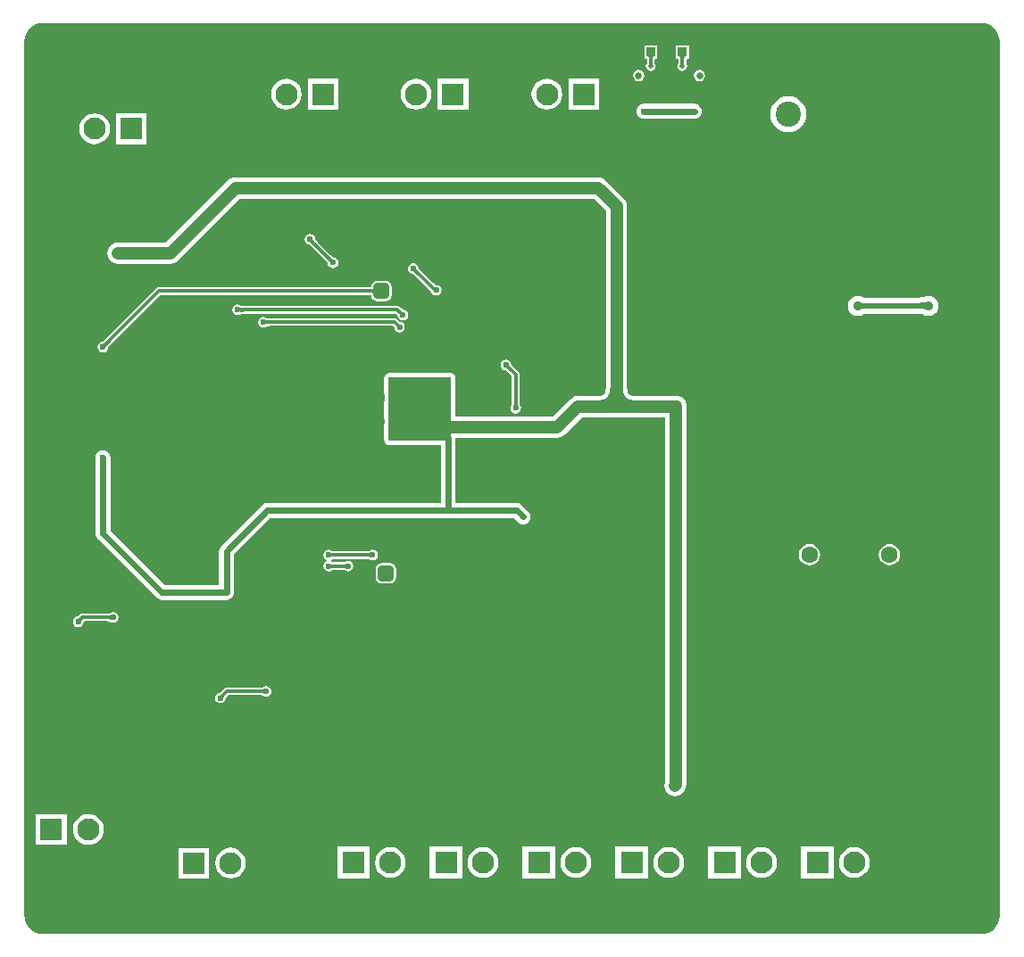
<source format=gbl>
G04*
G04 #@! TF.GenerationSoftware,Altium Limited,Altium Designer,19.1.9 (167)*
G04*
G04 Layer_Physical_Order=2*
G04 Layer_Color=16711680*
%FSLAX42Y42*%
%MOMM*%
G71*
G01*
G75*
%ADD11C,0.60*%
%ADD14C,0.50*%
%ADD19C,1.00*%
%ADD21R,0.85X0.85*%
%ADD22R,0.85X0.85*%
%ADD30R,1.60X1.20*%
%ADD87C,0.30*%
%ADD88C,0.50*%
%ADD93C,0.85*%
%ADD94C,1.60*%
%ADD95R,2.40X2.40*%
%ADD96C,2.40*%
%ADD97O,1.00X1.80*%
%ADD98O,1.00X2.10*%
%ADD99C,0.65*%
G04:AMPARAMS|DCode=100|XSize=1.52mm|YSize=1.52mm|CornerRadius=0.38mm|HoleSize=0mm|Usage=FLASHONLY|Rotation=90.000|XOffset=0mm|YOffset=0mm|HoleType=Round|Shape=RoundedRectangle|*
%AMROUNDEDRECTD100*
21,1,1.52,0.76,0,0,90.0*
21,1,0.76,1.52,0,0,90.0*
1,1,0.76,0.38,0.38*
1,1,0.76,0.38,-0.38*
1,1,0.76,-0.38,-0.38*
1,1,0.76,-0.38,0.38*
%
%ADD100ROUNDEDRECTD100*%
%ADD101C,2.10*%
%ADD102R,2.10X2.10*%
%ADD103C,6.00*%
G04:AMPARAMS|DCode=104|XSize=1.52mm|YSize=1.52mm|CornerRadius=0.38mm|HoleSize=0mm|Usage=FLASHONLY|Rotation=0.000|XOffset=0mm|YOffset=0mm|HoleType=Round|Shape=RoundedRectangle|*
%AMROUNDEDRECTD104*
21,1,1.52,0.76,0,0,0.0*
21,1,0.76,1.52,0,0,0.0*
1,1,0.76,0.38,-0.38*
1,1,0.76,-0.38,-0.38*
1,1,0.76,-0.38,0.38*
1,1,0.76,0.38,0.38*
%
%ADD104ROUNDEDRECTD104*%
%ADD105C,0.60*%
%ADD106C,0.90*%
%ADD107C,1.27*%
%ADD108C,1.20*%
G36*
X8700Y8325D02*
Y8325D01*
X8712Y8323D01*
X8734Y8321D01*
X8767Y8311D01*
X8797Y8295D01*
X8823Y8273D01*
X8845Y8247D01*
X8861Y8217D01*
X8871Y8184D01*
X8875Y8150D01*
X8875Y8150D01*
X8875Y-137D01*
X8875Y-150D01*
X8873Y-162D01*
X8871Y-184D01*
X8861Y-217D01*
X8845Y-247D01*
X8823Y-273D01*
X8797Y-295D01*
X8767Y-311D01*
X8734Y-321D01*
X8712Y-323D01*
X8700Y-325D01*
X8700Y-325D01*
X8687Y-325D01*
X-200Y-325D01*
X-200Y-325D01*
Y-325D01*
X-212Y-323D01*
X-234Y-321D01*
X-267Y-311D01*
X-297Y-295D01*
X-323Y-273D01*
X-345Y-247D01*
X-361Y-217D01*
X-371Y-184D01*
X-373Y-162D01*
X-375Y-150D01*
X-375Y-150D01*
X-375Y-138D01*
X-375Y8150D01*
X-375Y8150D01*
X-371Y8184D01*
X-361Y8217D01*
X-345Y8247D01*
X-323Y8273D01*
X-297Y8295D01*
X-267Y8311D01*
X-234Y8321D01*
X-212Y8323D01*
X-200Y8325D01*
X-200Y8325D01*
X-187Y8325D01*
X8687Y8325D01*
X8700Y8325D01*
D02*
G37*
%LPC*%
G36*
X5928Y8112D02*
X5803D01*
Y7988D01*
X5829D01*
X5829Y7986D01*
X5829Y7984D01*
Y7969D01*
X5829Y7948D01*
X5828Y7941D01*
X5823Y7933D01*
X5819Y7915D01*
X5823Y7897D01*
X5833Y7883D01*
X5847Y7873D01*
X5865Y7869D01*
X5883Y7873D01*
X5897Y7883D01*
X5907Y7897D01*
X5911Y7915D01*
X5907Y7933D01*
X5903Y7939D01*
X5901Y7975D01*
X5910Y7988D01*
X5928D01*
Y8112D01*
D02*
G37*
G36*
X5628D02*
X5503D01*
Y7988D01*
X5529D01*
X5529Y7986D01*
X5529Y7984D01*
Y7969D01*
X5529Y7948D01*
X5528Y7941D01*
X5523Y7933D01*
X5519Y7915D01*
X5523Y7897D01*
X5533Y7883D01*
X5547Y7873D01*
X5565Y7869D01*
X5583Y7873D01*
X5597Y7883D01*
X5607Y7897D01*
X5611Y7915D01*
X5607Y7933D01*
X5603Y7939D01*
X5601Y7975D01*
X5610Y7988D01*
X5628D01*
Y8112D01*
D02*
G37*
G36*
X6029Y7880D02*
X6009Y7876D01*
X5991Y7864D01*
X5980Y7847D01*
X5975Y7826D01*
X5980Y7806D01*
X5991Y7789D01*
X6009Y7777D01*
X6029Y7773D01*
X6049Y7777D01*
X6067Y7789D01*
X6078Y7806D01*
X6083Y7826D01*
X6078Y7847D01*
X6067Y7864D01*
X6049Y7876D01*
X6029Y7880D01*
D02*
G37*
G36*
X5451D02*
X5431Y7876D01*
X5413Y7864D01*
X5402Y7847D01*
X5397Y7826D01*
X5402Y7806D01*
X5413Y7789D01*
X5431Y7777D01*
X5451Y7773D01*
X5471Y7777D01*
X5489Y7789D01*
X5500Y7806D01*
X5505Y7826D01*
X5500Y7847D01*
X5489Y7864D01*
X5471Y7876D01*
X5451Y7880D01*
D02*
G37*
G36*
X5075Y7795D02*
X4785D01*
Y7505D01*
X5075D01*
Y7795D01*
D02*
G37*
G36*
X3835Y7795D02*
X3545D01*
Y7505D01*
X3835D01*
Y7795D01*
D02*
G37*
G36*
X2605D02*
X2315D01*
Y7505D01*
X2605D01*
Y7795D01*
D02*
G37*
G36*
X4580Y7796D02*
X4542Y7791D01*
X4507Y7777D01*
X4477Y7753D01*
X4453Y7723D01*
X4439Y7688D01*
X4434Y7650D01*
X4439Y7612D01*
X4453Y7577D01*
X4477Y7547D01*
X4507Y7523D01*
X4542Y7509D01*
X4580Y7504D01*
X4618Y7509D01*
X4653Y7523D01*
X4683Y7547D01*
X4707Y7577D01*
X4721Y7612D01*
X4726Y7650D01*
X4721Y7688D01*
X4707Y7723D01*
X4683Y7753D01*
X4653Y7777D01*
X4618Y7791D01*
X4580Y7796D01*
D02*
G37*
G36*
X3340Y7796D02*
X3302Y7791D01*
X3267Y7777D01*
X3237Y7753D01*
X3213Y7723D01*
X3199Y7688D01*
X3194Y7650D01*
X3199Y7612D01*
X3213Y7577D01*
X3237Y7547D01*
X3267Y7523D01*
X3302Y7509D01*
X3340Y7504D01*
X3378Y7509D01*
X3413Y7523D01*
X3443Y7547D01*
X3467Y7577D01*
X3481Y7612D01*
X3486Y7650D01*
X3481Y7688D01*
X3467Y7723D01*
X3443Y7753D01*
X3413Y7777D01*
X3378Y7791D01*
X3340Y7796D01*
D02*
G37*
G36*
X2110D02*
X2072Y7791D01*
X2037Y7777D01*
X2007Y7753D01*
X1983Y7723D01*
X1969Y7688D01*
X1964Y7650D01*
X1969Y7612D01*
X1983Y7577D01*
X2007Y7547D01*
X2037Y7523D01*
X2072Y7509D01*
X2110Y7504D01*
X2148Y7509D01*
X2183Y7523D01*
X2213Y7547D01*
X2237Y7577D01*
X2251Y7612D01*
X2256Y7650D01*
X2251Y7688D01*
X2237Y7723D01*
X2213Y7753D01*
X2183Y7777D01*
X2148Y7791D01*
X2110Y7796D01*
D02*
G37*
G36*
X5978Y7558D02*
X5500D01*
X5482Y7556D01*
X5465Y7549D01*
X5450Y7537D01*
X5439Y7523D01*
X5432Y7506D01*
X5429Y7488D01*
X5432Y7469D01*
X5439Y7452D01*
X5450Y7438D01*
X5465Y7426D01*
X5482Y7419D01*
X5500Y7417D01*
X5978D01*
X5996Y7419D01*
X6013Y7426D01*
X6027Y7438D01*
X6039Y7452D01*
X6046Y7469D01*
X6048Y7488D01*
X6046Y7506D01*
X6039Y7523D01*
X6027Y7537D01*
X6013Y7549D01*
X5996Y7556D01*
X5978Y7558D01*
D02*
G37*
G36*
X6870Y7631D02*
X6837Y7628D01*
X6805Y7618D01*
X6775Y7602D01*
X6749Y7581D01*
X6728Y7555D01*
X6712Y7525D01*
X6702Y7493D01*
X6699Y7460D01*
X6702Y7427D01*
X6712Y7395D01*
X6728Y7365D01*
X6749Y7339D01*
X6775Y7318D01*
X6805Y7302D01*
X6837Y7292D01*
X6870Y7289D01*
X6903Y7292D01*
X6935Y7302D01*
X6965Y7318D01*
X6991Y7339D01*
X7012Y7365D01*
X7028Y7395D01*
X7038Y7427D01*
X7041Y7460D01*
X7038Y7493D01*
X7028Y7525D01*
X7012Y7555D01*
X6991Y7581D01*
X6965Y7602D01*
X6935Y7618D01*
X6903Y7628D01*
X6870Y7631D01*
D02*
G37*
G36*
X785Y7465D02*
X495D01*
Y7175D01*
X785D01*
Y7465D01*
D02*
G37*
G36*
X290Y7466D02*
X252Y7461D01*
X217Y7447D01*
X187Y7423D01*
X163Y7393D01*
X149Y7358D01*
X144Y7320D01*
X149Y7282D01*
X163Y7247D01*
X187Y7217D01*
X217Y7193D01*
X252Y7179D01*
X290Y7174D01*
X328Y7179D01*
X363Y7193D01*
X393Y7217D01*
X417Y7247D01*
X431Y7282D01*
X436Y7320D01*
X431Y7358D01*
X417Y7393D01*
X393Y7423D01*
X363Y7447D01*
X328Y7461D01*
X290Y7466D01*
D02*
G37*
G36*
X2334Y6322D02*
X2314Y6319D01*
X2297Y6308D01*
X2286Y6291D01*
X2283Y6272D01*
X2286Y6252D01*
X2297Y6235D01*
X2314Y6224D01*
X2327Y6222D01*
X2357Y6195D01*
X2479Y6073D01*
X2492Y6059D01*
X2500Y6050D01*
X2502Y6047D01*
X2502Y6046D01*
X2505Y6030D01*
X2516Y6014D01*
X2533Y6003D01*
X2552Y5999D01*
X2572Y6003D01*
X2589Y6014D01*
X2600Y6030D01*
X2603Y6050D01*
X2600Y6070D01*
X2589Y6086D01*
X2572Y6097D01*
X2556Y6100D01*
X2556Y6100D01*
X2527Y6126D01*
X2410Y6243D01*
X2399Y6255D01*
X2390Y6266D01*
X2387Y6269D01*
X2384Y6273D01*
X2384Y6273D01*
X2381Y6291D01*
X2370Y6308D01*
X2353Y6319D01*
X2334Y6322D01*
D02*
G37*
G36*
X3312Y6046D02*
X3293Y6042D01*
X3276Y6031D01*
X3265Y6015D01*
X3262Y5995D01*
X3265Y5975D01*
X3276Y5959D01*
X3293Y5948D01*
X3309Y5945D01*
X3309Y5945D01*
X3338Y5919D01*
X3474Y5783D01*
X3481Y5775D01*
X3483Y5768D01*
X3494Y5751D01*
X3510Y5740D01*
X3530Y5737D01*
X3550Y5740D01*
X3566Y5751D01*
X3577Y5768D01*
X3581Y5788D01*
X3577Y5807D01*
X3566Y5824D01*
X3550Y5835D01*
X3530Y5838D01*
X3527Y5838D01*
X3527Y5838D01*
X3525Y5839D01*
X3522Y5841D01*
X3518Y5843D01*
X3513Y5847D01*
X3496Y5862D01*
X3386Y5972D01*
X3373Y5986D01*
X3365Y5995D01*
X3363Y5998D01*
X3363Y5999D01*
X3360Y6015D01*
X3349Y6031D01*
X3332Y6042D01*
X3312Y6046D01*
D02*
G37*
G36*
X8197Y5736D02*
X8173Y5733D01*
X8150Y5723D01*
X8145Y5720D01*
X8085Y5716D01*
X8070Y5716D01*
X8068Y5716D01*
X7660D01*
X7658Y5716D01*
X7602Y5717D01*
X7585Y5718D01*
X7584Y5718D01*
X7578Y5723D01*
X7555Y5733D01*
X7530Y5736D01*
X7505Y5733D01*
X7482Y5723D01*
X7462Y5708D01*
X7447Y5688D01*
X7437Y5665D01*
X7434Y5640D01*
X7437Y5615D01*
X7447Y5592D01*
X7462Y5572D01*
X7482Y5557D01*
X7505Y5547D01*
X7530Y5544D01*
X7555Y5547D01*
X7578Y5557D01*
X7582Y5560D01*
X7642Y5564D01*
X7658Y5564D01*
X7659Y5564D01*
X8068D01*
X8069Y5564D01*
X8126Y5563D01*
X8142Y5562D01*
X8144Y5562D01*
X8150Y5557D01*
X8173Y5547D01*
X8197Y5544D01*
X8222Y5547D01*
X8245Y5557D01*
X8265Y5572D01*
X8280Y5592D01*
X8290Y5615D01*
X8293Y5640D01*
X8290Y5665D01*
X8280Y5688D01*
X8265Y5708D01*
X8245Y5723D01*
X8222Y5733D01*
X8197Y5736D01*
D02*
G37*
G36*
X3048Y5877D02*
X2972D01*
X2949Y5873D01*
X2930Y5860D01*
X2917Y5841D01*
X2913Y5818D01*
Y5816D01*
X2912Y5816D01*
X2910Y5816D01*
X900D01*
X886Y5813D01*
X875Y5805D01*
X393Y5324D01*
X379Y5310D01*
X370Y5303D01*
X367Y5301D01*
X366Y5300D01*
X350Y5297D01*
X334Y5286D01*
X323Y5270D01*
X319Y5250D01*
X323Y5230D01*
X334Y5214D01*
X350Y5203D01*
X370Y5199D01*
X390Y5203D01*
X406Y5214D01*
X417Y5230D01*
X420Y5246D01*
X420Y5246D01*
X446Y5276D01*
X915Y5744D01*
X2910D01*
X2912Y5744D01*
X2913Y5744D01*
Y5742D01*
X2917Y5719D01*
X2930Y5700D01*
X2949Y5687D01*
X2972Y5683D01*
X3048D01*
X3071Y5687D01*
X3090Y5700D01*
X3103Y5719D01*
X3107Y5742D01*
Y5818D01*
X3103Y5841D01*
X3090Y5860D01*
X3071Y5873D01*
X3048Y5877D01*
D02*
G37*
G36*
X1650Y5653D02*
X1630Y5650D01*
X1614Y5639D01*
X1603Y5622D01*
X1599Y5603D01*
X1603Y5583D01*
X1614Y5566D01*
X1630Y5555D01*
X1650Y5552D01*
X1670Y5555D01*
X1683Y5564D01*
X1683Y5564D01*
X1722Y5567D01*
X3150D01*
X3151Y5566D01*
X3159Y5557D01*
X3164Y5552D01*
X3168Y5533D01*
X3179Y5516D01*
X3195Y5505D01*
X3215Y5502D01*
X3235Y5505D01*
X3251Y5516D01*
X3262Y5533D01*
X3266Y5553D01*
X3262Y5572D01*
X3251Y5589D01*
X3235Y5600D01*
X3217Y5603D01*
X3199Y5619D01*
X3190Y5628D01*
X3179Y5635D01*
X3165Y5638D01*
X1718D01*
X1699Y5639D01*
X1687Y5640D01*
X1684Y5641D01*
X1683Y5641D01*
X1670Y5650D01*
X1650Y5653D01*
D02*
G37*
G36*
X1892Y5536D02*
X1873Y5532D01*
X1856Y5521D01*
X1845Y5505D01*
X1842Y5485D01*
X1845Y5465D01*
X1856Y5449D01*
X1873Y5438D01*
X1892Y5434D01*
X1912Y5438D01*
X1925Y5447D01*
X1925Y5447D01*
X1964Y5449D01*
X3123D01*
X3132Y5440D01*
X3132Y5440D01*
X3135Y5420D01*
X3146Y5404D01*
X3163Y5393D01*
X3183Y5389D01*
X3202Y5393D01*
X3219Y5404D01*
X3230Y5420D01*
X3233Y5440D01*
X3230Y5460D01*
X3219Y5476D01*
X3202Y5487D01*
X3183Y5491D01*
X3182Y5491D01*
X3163Y5510D01*
X3151Y5518D01*
X3138Y5521D01*
X1961D01*
X1941Y5521D01*
X1930Y5522D01*
X1926Y5523D01*
X1925Y5523D01*
X1912Y5532D01*
X1892Y5536D01*
D02*
G37*
G36*
X4192Y5131D02*
X4173Y5127D01*
X4156Y5116D01*
X4145Y5100D01*
X4142Y5080D01*
X4145Y5060D01*
X4156Y5044D01*
X4173Y5033D01*
X4189Y5030D01*
X4189Y5030D01*
X4218Y5004D01*
X4249Y4973D01*
Y4738D01*
X4249Y4719D01*
X4248Y4707D01*
X4247Y4704D01*
X4247Y4703D01*
X4238Y4690D01*
X4234Y4670D01*
X4238Y4650D01*
X4249Y4634D01*
X4265Y4623D01*
X4285Y4619D01*
X4305Y4623D01*
X4321Y4634D01*
X4332Y4650D01*
X4336Y4670D01*
X4332Y4690D01*
X4323Y4703D01*
X4323Y4703D01*
X4321Y4742D01*
Y4988D01*
X4318Y5001D01*
X4310Y5013D01*
X4266Y5057D01*
X4253Y5071D01*
X4245Y5080D01*
X4243Y5083D01*
X4243Y5084D01*
X4240Y5100D01*
X4229Y5116D01*
X4212Y5127D01*
X4192Y5131D01*
D02*
G37*
G36*
X5065Y6861D02*
X1627D01*
X1601Y6857D01*
X1577Y6847D01*
X1556Y6831D01*
X966Y6241D01*
X514D01*
X487Y6237D01*
X463Y6227D01*
X442Y6211D01*
X426Y6190D01*
X416Y6166D01*
X413Y6140D01*
X416Y6114D01*
X426Y6090D01*
X442Y6069D01*
X463Y6053D01*
X487Y6043D01*
X514Y6039D01*
X1007D01*
X1034Y6043D01*
X1058Y6053D01*
X1079Y6069D01*
X1669Y6659D01*
X5023D01*
X5139Y6543D01*
Y4862D01*
X5138Y4844D01*
X5136Y4829D01*
X5132Y4818D01*
X5127Y4808D01*
X5121Y4801D01*
X5114Y4796D01*
X5105Y4791D01*
X5093Y4787D01*
X5078Y4784D01*
X5060Y4783D01*
X4872D01*
X4846Y4780D01*
X4822Y4770D01*
X4801Y4754D01*
X4638Y4591D01*
X3711D01*
Y4960D01*
X3708Y4976D01*
X3699Y4989D01*
X3686Y4998D01*
X3670Y5001D01*
X3080D01*
X3064Y4998D01*
X3051Y4989D01*
X3042Y4976D01*
X3040Y4962D01*
X3038D01*
Y4797D01*
X3039D01*
Y4733D01*
X3038D01*
Y4567D01*
X3039D01*
Y4522D01*
X3038D01*
Y4358D01*
X3040D01*
X3042Y4344D01*
X3051Y4331D01*
X3064Y4322D01*
X3080Y4319D01*
X3574D01*
Y3768D01*
X2534D01*
X2530Y3768D01*
X2526Y3768D01*
X2141D01*
X2138Y3768D01*
X2134Y3768D01*
X1927D01*
X1909Y3765D01*
X1892Y3758D01*
X1877Y3747D01*
X1493Y3362D01*
X1481Y3348D01*
X1474Y3331D01*
X1472Y3312D01*
Y2991D01*
X959D01*
X441Y3509D01*
Y4200D01*
X438Y4218D01*
X431Y4235D01*
X420Y4250D01*
X405Y4261D01*
X388Y4268D01*
X370Y4271D01*
X352Y4268D01*
X335Y4261D01*
X320Y4250D01*
X309Y4235D01*
X302Y4218D01*
X299Y4200D01*
Y3480D01*
X302Y3462D01*
X309Y3445D01*
X320Y3430D01*
X880Y2870D01*
X895Y2859D01*
X912Y2852D01*
X930Y2849D01*
X1543D01*
X1561Y2852D01*
X1578Y2859D01*
X1592Y2870D01*
X1604Y2885D01*
X1611Y2902D01*
X1613Y2920D01*
Y3283D01*
X1956Y3626D01*
X4266D01*
X4305Y3588D01*
X4320Y3576D01*
X4337Y3569D01*
X4355Y3567D01*
X4373Y3569D01*
X4390Y3576D01*
X4405Y3588D01*
X4416Y3602D01*
X4423Y3619D01*
X4426Y3638D01*
X4423Y3656D01*
X4416Y3673D01*
X4405Y3687D01*
X4345Y3747D01*
X4331Y3758D01*
X4314Y3765D01*
X4296Y3768D01*
X3715D01*
Y4385D01*
X3718Y4389D01*
X3958D01*
Y4385D01*
X4197D01*
Y4389D01*
X4680D01*
X4706Y4393D01*
X4730Y4403D01*
X4751Y4419D01*
X4914Y4582D01*
X5603D01*
X5630Y4578D01*
X5657Y4582D01*
X5702D01*
X5702Y1121D01*
X5698Y1111D01*
X5694Y1085D01*
X5698Y1059D01*
X5708Y1035D01*
X5724Y1014D01*
X5745Y998D01*
X5769Y988D01*
X5795Y984D01*
X5821Y988D01*
X5845Y998D01*
X5866Y1014D01*
X5874Y1021D01*
X5890Y1042D01*
X5900Y1066D01*
X5903Y1092D01*
X5903Y4656D01*
X5907Y4683D01*
X5903Y4710D01*
X5893Y4735D01*
X5876Y4756D01*
X5855Y4773D01*
X5830Y4783D01*
X5803Y4787D01*
X5776Y4783D01*
X5657D01*
X5630Y4787D01*
X5603Y4783D01*
X5420D01*
X5402Y4784D01*
X5387Y4787D01*
X5375Y4791D01*
X5366Y4796D01*
X5359Y4801D01*
X5353Y4808D01*
X5348Y4818D01*
X5344Y4829D01*
X5342Y4844D01*
X5341Y4862D01*
Y6585D01*
X5337Y6611D01*
X5327Y6635D01*
X5311Y6656D01*
X5136Y6831D01*
X5115Y6847D01*
X5091Y6857D01*
X5065Y6861D01*
D02*
G37*
G36*
X2927Y3326D02*
X2908Y3322D01*
X2895Y3313D01*
X2895Y3313D01*
X2856Y3311D01*
X2581D01*
X2561Y3311D01*
X2550Y3312D01*
X2546Y3313D01*
X2545Y3313D01*
X2532Y3322D01*
X2512Y3326D01*
X2493Y3322D01*
X2476Y3311D01*
X2465Y3295D01*
X2462Y3275D01*
X2465Y3255D01*
X2476Y3239D01*
X2491Y3230D01*
X2492Y3224D01*
Y3221D01*
X2491Y3215D01*
X2476Y3206D01*
X2465Y3190D01*
X2462Y3170D01*
X2465Y3150D01*
X2476Y3134D01*
X2493Y3123D01*
X2512Y3119D01*
X2532Y3123D01*
X2545Y3132D01*
X2545Y3132D01*
X2584Y3134D01*
X2627D01*
X2646Y3134D01*
X2658Y3133D01*
X2661Y3132D01*
X2662Y3132D01*
X2675Y3123D01*
X2695Y3119D01*
X2715Y3123D01*
X2731Y3134D01*
X2742Y3150D01*
X2746Y3170D01*
X2742Y3190D01*
X2731Y3206D01*
X2715Y3217D01*
X2695Y3221D01*
X2675Y3217D01*
X2662Y3208D01*
X2662Y3208D01*
X2623Y3206D01*
X2581D01*
X2561Y3206D01*
X2550Y3207D01*
X2546Y3208D01*
X2545Y3208D01*
X2534Y3215D01*
X2533Y3221D01*
Y3224D01*
X2534Y3230D01*
X2545Y3237D01*
X2545Y3237D01*
X2584Y3239D01*
X2859D01*
X2879Y3239D01*
X2890Y3238D01*
X2894Y3237D01*
X2895Y3237D01*
X2908Y3228D01*
X2927Y3224D01*
X2947Y3228D01*
X2964Y3239D01*
X2975Y3255D01*
X2978Y3275D01*
X2975Y3295D01*
X2964Y3311D01*
X2947Y3322D01*
X2927Y3326D01*
D02*
G37*
G36*
X7830Y3378D02*
X7804Y3375D01*
X7780Y3365D01*
X7759Y3349D01*
X7743Y3328D01*
X7733Y3304D01*
X7729Y3278D01*
X7733Y3251D01*
X7743Y3227D01*
X7759Y3206D01*
X7780Y3190D01*
X7804Y3180D01*
X7830Y3177D01*
X7856Y3180D01*
X7880Y3190D01*
X7901Y3206D01*
X7917Y3227D01*
X7927Y3251D01*
X7931Y3278D01*
X7927Y3304D01*
X7917Y3328D01*
X7901Y3349D01*
X7880Y3365D01*
X7856Y3375D01*
X7830Y3378D01*
D02*
G37*
G36*
X7070D02*
X7044Y3375D01*
X7020Y3365D01*
X6999Y3349D01*
X6983Y3328D01*
X6973Y3304D01*
X6969Y3278D01*
X6973Y3251D01*
X6983Y3227D01*
X6999Y3206D01*
X7020Y3190D01*
X7044Y3180D01*
X7070Y3177D01*
X7096Y3180D01*
X7120Y3190D01*
X7141Y3206D01*
X7157Y3227D01*
X7167Y3251D01*
X7171Y3278D01*
X7167Y3304D01*
X7157Y3328D01*
X7141Y3349D01*
X7120Y3365D01*
X7096Y3375D01*
X7070Y3378D01*
D02*
G37*
G36*
X3091Y3197D02*
X3014D01*
X2992Y3193D01*
X2973Y3180D01*
X2960Y3161D01*
X2955Y3138D01*
Y3062D01*
X2960Y3039D01*
X2973Y3020D01*
X2992Y3007D01*
X3014Y3003D01*
X3091D01*
X3113Y3007D01*
X3132Y3020D01*
X3145Y3039D01*
X3150Y3062D01*
Y3138D01*
X3145Y3161D01*
X3132Y3180D01*
X3113Y3193D01*
X3091Y3197D01*
D02*
G37*
G36*
X465Y2733D02*
X445Y2730D01*
X432Y2721D01*
X432Y2721D01*
X393Y2718D01*
X175D01*
X161Y2715D01*
X150Y2708D01*
X135Y2693D01*
X135Y2693D01*
X115Y2690D01*
X99Y2679D01*
X88Y2662D01*
X84Y2642D01*
X88Y2623D01*
X99Y2606D01*
X115Y2595D01*
X135Y2592D01*
X155Y2595D01*
X171Y2606D01*
X182Y2623D01*
X186Y2642D01*
X197Y2647D01*
X397D01*
X416Y2646D01*
X428Y2645D01*
X431Y2644D01*
X432Y2644D01*
X445Y2635D01*
X465Y2632D01*
X485Y2635D01*
X501Y2646D01*
X512Y2663D01*
X516Y2683D01*
X512Y2702D01*
X501Y2719D01*
X485Y2730D01*
X465Y2733D01*
D02*
G37*
G36*
X1917Y2031D02*
X1898Y2027D01*
X1885Y2018D01*
X1885Y2018D01*
X1846Y2016D01*
X1545D01*
X1531Y2013D01*
X1520Y2005D01*
X1504Y1989D01*
X1492Y1979D01*
X1483Y1971D01*
X1480Y1969D01*
X1479Y1969D01*
X1464Y1966D01*
X1447Y1955D01*
X1436Y1938D01*
X1433Y1918D01*
X1436Y1899D01*
X1447Y1882D01*
X1464Y1871D01*
X1484Y1868D01*
X1503Y1871D01*
X1520Y1882D01*
X1531Y1899D01*
X1534Y1914D01*
X1534Y1914D01*
X1560Y1944D01*
X1849D01*
X1869Y1944D01*
X1880Y1943D01*
X1884Y1942D01*
X1885Y1942D01*
X1898Y1933D01*
X1917Y1929D01*
X1937Y1933D01*
X1954Y1944D01*
X1965Y1960D01*
X1968Y1980D01*
X1965Y2000D01*
X1954Y2016D01*
X1937Y2027D01*
X1917Y2031D01*
D02*
G37*
G36*
X25Y815D02*
X-264D01*
Y525D01*
X25D01*
Y815D01*
D02*
G37*
G36*
X231Y816D02*
X193Y811D01*
X157Y797D01*
X127Y773D01*
X104Y743D01*
X89Y708D01*
X84Y670D01*
X89Y632D01*
X104Y597D01*
X127Y567D01*
X157Y543D01*
X193Y529D01*
X231Y524D01*
X268Y529D01*
X304Y543D01*
X334Y567D01*
X357Y597D01*
X372Y632D01*
X377Y670D01*
X372Y708D01*
X357Y743D01*
X334Y773D01*
X304Y797D01*
X268Y811D01*
X231Y816D01*
D02*
G37*
G36*
X7495Y502D02*
X7457Y497D01*
X7422Y483D01*
X7392Y459D01*
X7368Y429D01*
X7354Y394D01*
X7349Y356D01*
X7354Y318D01*
X7368Y283D01*
X7392Y253D01*
X7422Y229D01*
X7457Y215D01*
X7495Y210D01*
X7533Y215D01*
X7568Y229D01*
X7598Y253D01*
X7622Y283D01*
X7636Y318D01*
X7641Y356D01*
X7636Y394D01*
X7622Y429D01*
X7598Y459D01*
X7568Y483D01*
X7533Y497D01*
X7495Y502D01*
D02*
G37*
G36*
X5735D02*
X5697Y497D01*
X5662Y483D01*
X5632Y459D01*
X5608Y429D01*
X5594Y394D01*
X5589Y356D01*
X5594Y318D01*
X5608Y283D01*
X5632Y253D01*
X5662Y229D01*
X5697Y215D01*
X5735Y210D01*
X5773Y215D01*
X5808Y229D01*
X5838Y253D01*
X5862Y283D01*
X5876Y318D01*
X5881Y356D01*
X5876Y394D01*
X5862Y429D01*
X5838Y459D01*
X5808Y483D01*
X5773Y497D01*
X5735Y502D01*
D02*
G37*
G36*
X4855D02*
X4817Y497D01*
X4782Y483D01*
X4752Y459D01*
X4728Y429D01*
X4714Y394D01*
X4709Y356D01*
X4714Y318D01*
X4728Y283D01*
X4752Y253D01*
X4782Y229D01*
X4817Y215D01*
X4855Y210D01*
X4893Y215D01*
X4928Y229D01*
X4958Y253D01*
X4982Y283D01*
X4996Y318D01*
X5001Y356D01*
X4996Y394D01*
X4982Y429D01*
X4958Y459D01*
X4928Y483D01*
X4893Y497D01*
X4855Y502D01*
D02*
G37*
G36*
X6615Y502D02*
X6577Y497D01*
X6542Y483D01*
X6512Y459D01*
X6488Y429D01*
X6474Y394D01*
X6469Y356D01*
X6474Y318D01*
X6488Y283D01*
X6512Y253D01*
X6542Y229D01*
X6577Y215D01*
X6615Y210D01*
X6653Y215D01*
X6688Y229D01*
X6718Y253D01*
X6742Y283D01*
X6756Y318D01*
X6761Y356D01*
X6756Y394D01*
X6742Y429D01*
X6718Y459D01*
X6688Y483D01*
X6653Y497D01*
X6615Y502D01*
D02*
G37*
G36*
X3975D02*
X3937Y497D01*
X3902Y483D01*
X3872Y459D01*
X3848Y429D01*
X3834Y394D01*
X3829Y356D01*
X3834Y318D01*
X3848Y283D01*
X3872Y253D01*
X3902Y229D01*
X3937Y215D01*
X3975Y210D01*
X4013Y215D01*
X4048Y229D01*
X4078Y253D01*
X4102Y283D01*
X4116Y318D01*
X4121Y356D01*
X4116Y394D01*
X4102Y429D01*
X4078Y459D01*
X4048Y483D01*
X4013Y497D01*
X3975Y502D01*
D02*
G37*
G36*
X3095Y502D02*
X3057Y497D01*
X3022Y483D01*
X2992Y459D01*
X2968Y429D01*
X2954Y394D01*
X2949Y356D01*
X2954Y318D01*
X2968Y283D01*
X2992Y253D01*
X3022Y229D01*
X3057Y215D01*
X3095Y210D01*
X3133Y215D01*
X3168Y229D01*
X3198Y253D01*
X3222Y283D01*
X3236Y318D01*
X3241Y356D01*
X3236Y394D01*
X3222Y429D01*
X3198Y459D01*
X3168Y483D01*
X3133Y497D01*
X3095Y502D01*
D02*
G37*
G36*
X1375Y495D02*
X1085D01*
Y205D01*
X1375D01*
Y495D01*
D02*
G37*
G36*
X1580Y496D02*
X1542Y491D01*
X1507Y477D01*
X1477Y453D01*
X1453Y423D01*
X1439Y388D01*
X1434Y350D01*
X1439Y312D01*
X1453Y277D01*
X1477Y247D01*
X1507Y223D01*
X1542Y209D01*
X1580Y204D01*
X1618Y209D01*
X1653Y223D01*
X1683Y247D01*
X1707Y277D01*
X1721Y312D01*
X1726Y350D01*
X1721Y388D01*
X1707Y423D01*
X1683Y453D01*
X1653Y477D01*
X1618Y491D01*
X1580Y496D01*
D02*
G37*
G36*
X7300Y511D02*
X6990D01*
Y201D01*
X7300D01*
Y511D01*
D02*
G37*
G36*
X5540D02*
X5230D01*
Y201D01*
X5540D01*
Y511D01*
D02*
G37*
G36*
X4660D02*
X4350D01*
Y201D01*
X4660D01*
Y511D01*
D02*
G37*
G36*
X6420Y511D02*
X6110D01*
Y201D01*
X6420D01*
Y511D01*
D02*
G37*
G36*
X3780Y511D02*
X3470D01*
Y201D01*
X3780D01*
Y511D01*
D02*
G37*
G36*
X2900D02*
X2590D01*
Y201D01*
X2900D01*
Y511D01*
D02*
G37*
%LPD*%
G36*
X5892Y8008D02*
X5890Y8007D01*
X5887Y8005D01*
X5885Y8003D01*
X5884Y8000D01*
X5882Y7997D01*
X5881Y7993D01*
X5881Y7989D01*
X5880Y7984D01*
X5880Y7983D01*
X5883Y7933D01*
X5847D01*
X5848Y7934D01*
X5848Y7936D01*
X5849Y7939D01*
X5849Y7947D01*
X5850Y7981D01*
X5850Y7984D01*
X5849Y7989D01*
X5849Y7993D01*
X5848Y7997D01*
X5846Y8000D01*
X5845Y8003D01*
X5843Y8005D01*
X5840Y8007D01*
X5838Y8008D01*
X5835Y8008D01*
X5895D01*
X5892Y8008D01*
D02*
G37*
G36*
X5592D02*
X5590Y8007D01*
X5587Y8005D01*
X5585Y8003D01*
X5584Y8000D01*
X5582Y7997D01*
X5581Y7993D01*
X5581Y7989D01*
X5580Y7984D01*
X5580Y7983D01*
X5583Y7933D01*
X5547D01*
X5548Y7934D01*
X5548Y7936D01*
X5549Y7939D01*
X5549Y7947D01*
X5550Y7981D01*
X5550Y7984D01*
X5549Y7989D01*
X5549Y7993D01*
X5548Y7997D01*
X5546Y8000D01*
X5545Y8003D01*
X5543Y8005D01*
X5540Y8007D01*
X5538Y8008D01*
X5535Y8008D01*
X5595D01*
X5592Y8008D01*
D02*
G37*
G36*
X2364Y6269D02*
X2365Y6266D01*
X2367Y6262D01*
X2370Y6258D01*
X2374Y6253D01*
X2383Y6241D01*
X2404Y6219D01*
X2382Y6200D01*
X2374Y6208D01*
X2337Y6240D01*
X2335Y6241D01*
X2333Y6242D01*
X2363Y6271D01*
X2364Y6269D01*
D02*
G37*
G36*
X2510Y6114D02*
X2544Y6084D01*
X2548Y6082D01*
X2550Y6080D01*
X2553Y6080D01*
X2523Y6050D01*
X2522Y6052D01*
X2521Y6055D01*
X2519Y6058D01*
X2516Y6062D01*
X2508Y6072D01*
X2489Y6092D01*
X2481Y6100D01*
X2502Y6121D01*
X2510Y6114D01*
D02*
G37*
G36*
X3343Y5993D02*
X3344Y5990D01*
X3346Y5987D01*
X3349Y5983D01*
X3357Y5973D01*
X3376Y5953D01*
X3384Y5945D01*
X3363Y5924D01*
X3355Y5931D01*
X3321Y5961D01*
X3317Y5963D01*
X3315Y5965D01*
X3312Y5965D01*
X3342Y5995D01*
X3343Y5993D01*
D02*
G37*
G36*
X3480Y5848D02*
X3501Y5831D01*
X3506Y5826D01*
X3512Y5823D01*
X3516Y5820D01*
X3521Y5819D01*
X3524Y5818D01*
X3528Y5817D01*
X3500Y5785D01*
X3500Y5786D01*
X3498Y5787D01*
X3479Y5807D01*
X3458Y5829D01*
X3473Y5856D01*
X3480Y5848D01*
D02*
G37*
G36*
X8166Y5669D02*
X8167Y5670D01*
Y5610D01*
X8166Y5611D01*
Y5608D01*
X8164Y5609D01*
X8160Y5611D01*
X8154Y5612D01*
X8147Y5613D01*
X8128Y5614D01*
X8070Y5615D01*
X8070Y5665D01*
X8087Y5665D01*
X8160Y5669D01*
X8164Y5671D01*
X8166Y5672D01*
Y5669D01*
D02*
G37*
G36*
X7564Y5671D02*
X7568Y5669D01*
X7573Y5668D01*
X7580Y5667D01*
X7600Y5666D01*
X7657Y5665D01*
Y5615D01*
X7640Y5615D01*
X7568Y5611D01*
X7564Y5609D01*
X7562Y5608D01*
Y5672D01*
X7564Y5671D01*
D02*
G37*
G36*
X2934Y5750D02*
X2934Y5753D01*
X2933Y5755D01*
X2931Y5758D01*
X2929Y5760D01*
X2927Y5761D01*
X2923Y5763D01*
X2919Y5764D01*
X2915Y5764D01*
X2910Y5765D01*
X2904Y5765D01*
Y5795D01*
X2910Y5795D01*
X2915Y5796D01*
X2919Y5796D01*
X2923Y5797D01*
X2927Y5799D01*
X2929Y5800D01*
X2931Y5802D01*
X2933Y5805D01*
X2934Y5807D01*
X2934Y5810D01*
Y5750D01*
D02*
G37*
G36*
X441Y5300D02*
X434Y5292D01*
X404Y5258D01*
X402Y5255D01*
X400Y5252D01*
X400Y5250D01*
X370Y5280D01*
X372Y5280D01*
X375Y5282D01*
X378Y5284D01*
X382Y5287D01*
X392Y5295D01*
X412Y5314D01*
X420Y5321D01*
X441Y5300D01*
D02*
G37*
G36*
X1673Y5623D02*
X1676Y5621D01*
X1680Y5621D01*
X1685Y5620D01*
X1698Y5618D01*
X1725Y5618D01*
X1736Y5617D01*
Y5588D01*
X1725Y5587D01*
X1680Y5584D01*
X1676Y5584D01*
X1673Y5582D01*
X1671Y5581D01*
Y5624D01*
X1673Y5623D01*
D02*
G37*
G36*
X3182Y5607D02*
X3208Y5583D01*
X3210Y5582D01*
X3211Y5582D01*
X3185Y5556D01*
X3185Y5557D01*
X3184Y5559D01*
X3183Y5561D01*
X3181Y5564D01*
X3174Y5571D01*
X3154Y5592D01*
X3176Y5613D01*
X3182Y5607D01*
D02*
G37*
G36*
X1915Y5505D02*
X1918Y5504D01*
X1922Y5503D01*
X1927Y5502D01*
X1940Y5501D01*
X1967Y5500D01*
X1978Y5500D01*
Y5470D01*
X1967Y5470D01*
X1922Y5467D01*
X1918Y5466D01*
X1915Y5465D01*
X1914Y5464D01*
Y5506D01*
X1915Y5505D01*
D02*
G37*
G36*
X3175Y5469D02*
X3153Y5448D01*
X3153Y5448D01*
X3149Y5452D01*
X3127Y5474D01*
X3148Y5496D01*
X3175Y5469D01*
D02*
G37*
G36*
X4223Y5078D02*
X4224Y5075D01*
X4226Y5072D01*
X4229Y5068D01*
X4237Y5058D01*
X4256Y5038D01*
X4264Y5030D01*
X4243Y5009D01*
X4235Y5016D01*
X4201Y5046D01*
X4197Y5048D01*
X4195Y5050D01*
X4192Y5050D01*
X4222Y5080D01*
X4223Y5078D01*
D02*
G37*
G36*
X4300Y4745D02*
X4303Y4700D01*
X4304Y4696D01*
X4305Y4693D01*
X4306Y4691D01*
X4264D01*
X4265Y4693D01*
X4266Y4696D01*
X4267Y4700D01*
X4268Y4705D01*
X4269Y4718D01*
X4270Y4745D01*
X4270Y4756D01*
X4300D01*
X4300Y4745D01*
D02*
G37*
G36*
X5301Y4840D02*
X5305Y4819D01*
X5311Y4801D01*
X5319Y4786D01*
X5330Y4772D01*
X5343Y4762D01*
X5359Y4753D01*
X5377Y4747D01*
X5397Y4744D01*
X5420Y4742D01*
X5240Y4622D01*
X5060Y4742D01*
X5083Y4744D01*
X5103Y4747D01*
X5121Y4753D01*
X5137Y4762D01*
X5150Y4772D01*
X5161Y4786D01*
X5169Y4801D01*
X5175Y4819D01*
X5179Y4840D01*
X5180Y4862D01*
X5300D01*
X5301Y4840D01*
D02*
G37*
G36*
X3670Y4360D02*
X3080D01*
Y4960D01*
X3670D01*
Y4360D01*
D02*
G37*
G36*
X2906Y3254D02*
X2905Y3255D01*
X2902Y3256D01*
X2898Y3257D01*
X2893Y3258D01*
X2880Y3259D01*
X2853Y3260D01*
X2842Y3260D01*
Y3290D01*
X2853Y3290D01*
X2898Y3293D01*
X2902Y3294D01*
X2905Y3295D01*
X2906Y3296D01*
Y3254D01*
D02*
G37*
G36*
X2535Y3295D02*
X2538Y3294D01*
X2542Y3293D01*
X2547Y3292D01*
X2560Y3291D01*
X2587Y3290D01*
X2598Y3290D01*
Y3260D01*
X2587Y3260D01*
X2542Y3257D01*
X2538Y3256D01*
X2535Y3255D01*
X2534Y3254D01*
Y3296D01*
X2535Y3295D01*
D02*
G37*
G36*
X2674Y3149D02*
X2672Y3150D01*
X2669Y3151D01*
X2665Y3152D01*
X2660Y3153D01*
X2647Y3154D01*
X2620Y3155D01*
X2609Y3155D01*
Y3185D01*
X2620Y3185D01*
X2665Y3188D01*
X2669Y3189D01*
X2672Y3190D01*
X2674Y3191D01*
Y3149D01*
D02*
G37*
G36*
X2535Y3190D02*
X2538Y3189D01*
X2542Y3188D01*
X2547Y3187D01*
X2560Y3186D01*
X2587Y3185D01*
X2598Y3185D01*
Y3155D01*
X2587Y3155D01*
X2542Y3152D01*
X2538Y3151D01*
X2535Y3150D01*
X2534Y3149D01*
Y3191D01*
X2535Y3190D01*
D02*
G37*
G36*
X444Y2661D02*
X442Y2662D01*
X439Y2664D01*
X435Y2664D01*
X430Y2665D01*
X417Y2667D01*
X390Y2667D01*
X379Y2667D01*
Y2698D01*
X390Y2698D01*
X435Y2701D01*
X439Y2701D01*
X442Y2703D01*
X444Y2704D01*
Y2661D01*
D02*
G37*
G36*
X1896Y1959D02*
X1895Y1960D01*
X1892Y1961D01*
X1888Y1962D01*
X1883Y1963D01*
X1870Y1964D01*
X1843Y1965D01*
X1832Y1965D01*
Y1995D01*
X1843Y1995D01*
X1888Y1998D01*
X1892Y1999D01*
X1895Y2000D01*
X1896Y2001D01*
Y1959D01*
D02*
G37*
G36*
X1555Y1969D02*
X1547Y1961D01*
X1517Y1927D01*
X1515Y1923D01*
X1514Y1920D01*
X1513Y1918D01*
X1483Y1948D01*
X1485Y1949D01*
X1488Y1950D01*
X1492Y1952D01*
X1496Y1955D01*
X1506Y1963D01*
X1518Y1975D01*
X1534Y1990D01*
X1555Y1969D01*
D02*
G37*
D11*
X370Y3480D02*
X930Y2920D01*
X1543D01*
X370Y3480D02*
Y4200D01*
X1927Y3697D02*
X3644D01*
X4296D02*
X4355Y3638D01*
X3644Y3697D02*
X4296D01*
X3630Y4400D02*
X3644Y4385D01*
Y3697D02*
Y4385D01*
X1543Y3312D02*
X1927Y3697D01*
X1543Y2920D02*
Y3312D01*
X5500Y7488D02*
X5978D01*
D14*
X5865Y7915D02*
D03*
X5565D02*
D03*
D19*
X7500Y3750D02*
D03*
X7250D02*
D03*
X7000Y4000D02*
D03*
X6750Y4250D02*
D03*
X6500Y4500D02*
D03*
X6250D02*
D03*
X6000D02*
D03*
X5750Y5250D02*
D03*
Y5500D02*
D03*
Y5750D02*
D03*
X5500Y5000D02*
D03*
Y5250D02*
D03*
Y5500D02*
D03*
Y5750D02*
D03*
X5750Y6000D02*
D03*
X6000Y6250D02*
D03*
Y6500D02*
D03*
X5500Y6750D02*
D03*
X5250Y7000D02*
D03*
Y7250D02*
D03*
Y7500D02*
D03*
X6000Y7000D02*
D03*
X7250Y5000D02*
D03*
Y5500D02*
D03*
X7000Y5250D02*
D03*
Y5500D02*
D03*
Y5750D02*
D03*
X750Y2250D02*
D03*
X1250D02*
D03*
X1750D02*
D03*
X2250D02*
D03*
X2750D02*
D03*
X4250Y3000D02*
D03*
Y4000D02*
D03*
X4000Y3000D02*
D03*
X3750D02*
D03*
X3500D02*
D03*
X4250Y2500D02*
D03*
X4000D02*
D03*
X3750D02*
D03*
X3500D02*
D03*
X1250Y3500D02*
D03*
Y3750D02*
D03*
Y4000D02*
D03*
Y4250D02*
D03*
X1500D02*
D03*
Y4500D02*
D03*
Y4750D02*
D03*
Y5000D02*
D03*
Y5250D02*
D03*
X3000Y4250D02*
D03*
X2500Y4750D02*
D03*
X2750D02*
D03*
X4250Y5250D02*
D03*
X4500D02*
D03*
X4000D02*
D03*
Y5500D02*
D03*
X7750Y750D02*
D03*
X6500D02*
D03*
X6250D02*
D03*
X6000D02*
D03*
X2750D02*
D03*
X4500D02*
D03*
X4750D02*
D03*
X4250D02*
D03*
X3000D02*
D03*
X2500D02*
D03*
Y250D02*
D03*
Y-250D02*
D03*
X2000D02*
D03*
X1500D02*
D03*
X1000D02*
D03*
X500D02*
D03*
X-250Y1000D02*
D03*
Y2000D02*
D03*
Y2500D02*
D03*
Y3000D02*
D03*
Y3500D02*
D03*
Y4000D02*
D03*
Y4500D02*
D03*
Y5000D02*
D03*
Y5500D02*
D03*
Y6000D02*
D03*
Y6500D02*
D03*
Y7000D02*
D03*
Y7500D02*
D03*
X500Y8250D02*
D03*
X1000D02*
D03*
X1500D02*
D03*
X2000D02*
D03*
X2500D02*
D03*
X3000D02*
D03*
X3500D02*
D03*
X4000D02*
D03*
X4500D02*
D03*
X5000D02*
D03*
X5500D02*
D03*
X6000D02*
D03*
X6500D02*
D03*
X7000D02*
D03*
X7500D02*
D03*
X8000D02*
D03*
X8750Y7500D02*
D03*
Y7000D02*
D03*
Y6500D02*
D03*
Y6000D02*
D03*
Y5500D02*
D03*
Y5000D02*
D03*
Y4500D02*
D03*
Y4000D02*
D03*
Y3500D02*
D03*
Y3000D02*
D03*
Y2500D02*
D03*
Y2000D02*
D03*
Y1500D02*
D03*
Y1000D02*
D03*
Y500D02*
D03*
X5795Y1085D02*
D03*
D21*
X2980Y4880D02*
D03*
X3120Y4880D02*
D03*
X2980Y4650D02*
D03*
X3120D02*
D03*
X2980Y4440D02*
D03*
X3120Y4440D02*
D03*
D22*
X5865Y8050D02*
D03*
Y8190D02*
D03*
X5565Y8050D02*
D03*
Y8190D02*
D03*
X802Y5990D02*
D03*
Y6130D02*
D03*
X4350Y6610D02*
D03*
Y6750D02*
D03*
D30*
X3415Y4883D02*
D03*
X3415Y5203D02*
D03*
X4078Y4485D02*
D03*
X4078Y4165D02*
D03*
D87*
X370Y5250D02*
X900Y5780D01*
X3010D01*
X3312Y5995D02*
X3520Y5788D01*
X3530D01*
X3138Y5485D02*
X3183Y5440D01*
X1892Y5485D02*
X3138D01*
X3165Y5603D02*
X3215Y5553D01*
X1650Y5603D02*
X3165D01*
X175Y2683D02*
X465D01*
X135Y2642D02*
X175Y2683D01*
X2512Y3170D02*
X2695D01*
X2512Y3275D02*
X2927D01*
X4192Y5080D02*
X4285Y4988D01*
Y4670D02*
Y4988D01*
X1545Y1980D02*
X1917D01*
X1485Y1920D02*
X1545Y1980D01*
X2334Y6269D02*
X2552Y6050D01*
X2334Y6269D02*
Y6272D01*
X5865Y7915D02*
Y8050D01*
X5565Y7915D02*
X5565Y7915D01*
Y8050D01*
X5565Y8050D01*
D88*
X8197Y5640D02*
X8197Y5640D01*
X7530Y5640D02*
X8197D01*
D93*
X8197Y5640D02*
X8197Y5640D01*
D94*
X7070Y3278D02*
D03*
X7830D02*
D03*
D95*
X7370Y7460D02*
D03*
D96*
X6870D02*
D03*
D97*
X5308Y8194D02*
D03*
X6172D02*
D03*
D98*
X5308Y7776D02*
D03*
X6172Y7776D02*
D03*
D99*
X6029Y7826D02*
D03*
X5451D02*
D03*
D100*
X3010Y5780D02*
D03*
D101*
X580Y670D02*
D03*
X231D02*
D03*
X-60Y7320D02*
D03*
X290D02*
D03*
X6615Y356D02*
D03*
X7495Y356D02*
D03*
X4855D02*
D03*
X5735D02*
D03*
X3975Y356D02*
D03*
X3095Y356D02*
D03*
X1760Y7650D02*
D03*
X2110D02*
D03*
X2990D02*
D03*
X3340D02*
D03*
X1930Y350D02*
D03*
X1580D02*
D03*
X4230Y7650D02*
D03*
X4580D02*
D03*
D102*
X-120Y670D02*
D03*
X640Y7320D02*
D03*
X6265Y356D02*
D03*
X7145Y356D02*
D03*
X4505D02*
D03*
X5385D02*
D03*
X3625Y356D02*
D03*
X2745D02*
D03*
X2460Y7650D02*
D03*
X3690D02*
D03*
X1230Y350D02*
D03*
X4930Y7650D02*
D03*
D103*
X8500Y8000D02*
D03*
X0D02*
D03*
X8500Y0D02*
D03*
X0D02*
D03*
D104*
X3052Y3100D02*
D03*
D105*
X4600Y6300D02*
D03*
X4800D02*
D03*
X3700Y7000D02*
D03*
Y7100D02*
D03*
Y7200D02*
D03*
X2500Y7000D02*
D03*
Y7100D02*
D03*
Y7200D02*
D03*
X1200Y900D02*
D03*
Y1000D02*
D03*
X7100Y4900D02*
D03*
Y5100D02*
D03*
X6900Y5400D02*
D03*
Y5600D02*
D03*
X6000Y6900D02*
D03*
X6200D02*
D03*
Y7100D02*
D03*
Y7300D02*
D03*
X6100Y7000D02*
D03*
X4200Y7200D02*
D03*
X4400D02*
D03*
X4500Y7300D02*
D03*
X4300D02*
D03*
X4100D02*
D03*
X3300Y7200D02*
D03*
X3000Y7300D02*
D03*
X2800D02*
D03*
X1900D02*
D03*
X1700D02*
D03*
X1500D02*
D03*
X2900Y6000D02*
D03*
Y6200D02*
D03*
Y6400D02*
D03*
Y6600D02*
D03*
X2800Y6500D02*
D03*
Y6300D02*
D03*
Y6100D02*
D03*
X2700Y6000D02*
D03*
Y6200D02*
D03*
Y6400D02*
D03*
Y6600D02*
D03*
X3800Y5800D02*
D03*
Y6000D02*
D03*
Y6200D02*
D03*
X3900Y6300D02*
D03*
X4200Y6400D02*
D03*
X4000D02*
D03*
X4300Y6500D02*
D03*
X4100D02*
D03*
X3900D02*
D03*
X3800Y6300D02*
D03*
X3700Y6100D02*
D03*
Y5900D02*
D03*
Y5700D02*
D03*
X2300Y1400D02*
D03*
X2500D02*
D03*
X2700D02*
D03*
X2900D02*
D03*
X3100D02*
D03*
X4200D02*
D03*
X4400D02*
D03*
X4600D02*
D03*
X4800D02*
D03*
X6100D02*
D03*
X6300D02*
D03*
X6500D02*
D03*
X6700D02*
D03*
X6800Y1300D02*
D03*
X6600D02*
D03*
X6400D02*
D03*
X6200D02*
D03*
X6000D02*
D03*
X4900D02*
D03*
X4700D02*
D03*
X4500D02*
D03*
X4300D02*
D03*
X4100D02*
D03*
X3900D02*
D03*
X2400D02*
D03*
X2600D02*
D03*
X2800D02*
D03*
X3000D02*
D03*
X3200D02*
D03*
X400Y1000D02*
D03*
X600D02*
D03*
Y1200D02*
D03*
Y1400D02*
D03*
Y1600D02*
D03*
X-210Y1440D02*
D03*
X-120Y1600D02*
D03*
X370Y4200D02*
D03*
Y5250D02*
D03*
X3530Y5788D02*
D03*
X3312Y5995D02*
D03*
X-120Y1755D02*
D03*
X1230Y1135D02*
D03*
X-120Y1445D02*
D03*
X1230Y825D02*
D03*
X5488Y4166D02*
D03*
X6528Y3380D02*
D03*
X4560Y5990D02*
D03*
X4687D02*
D03*
X5965Y1527D02*
D03*
X1735Y2482D02*
D03*
X2845Y2730D02*
D03*
X4355Y3638D02*
D03*
X3233Y1527D02*
D03*
X4072Y1527D02*
D03*
X4992Y1527D02*
D03*
X7593Y1527D02*
D03*
X6753Y1527D02*
D03*
X3183Y5440D02*
D03*
X1892Y5485D02*
D03*
X3215Y5553D02*
D03*
X1650Y5603D02*
D03*
X2530Y3697D02*
D03*
X2138D02*
D03*
X1543Y2920D02*
D03*
X3644Y3697D02*
D03*
X2757Y4710D02*
D03*
X3442Y4918D02*
D03*
X3332Y4918D02*
D03*
X3222Y4918D02*
D03*
X3112Y4918D02*
D03*
X3112Y4808D02*
D03*
X3112Y4698D02*
D03*
X3112Y4588D02*
D03*
X3112Y4478D02*
D03*
X3552Y4918D02*
D03*
X3630Y4840D02*
D03*
X3630Y4730D02*
D03*
X3190Y4400D02*
D03*
X3300Y4400D02*
D03*
X3410Y4400D02*
D03*
X3520Y4400D02*
D03*
X3630Y4620D02*
D03*
X3630Y4510D02*
D03*
X3630Y4400D02*
D03*
X135Y2642D02*
D03*
X465Y2683D02*
D03*
X2512Y3170D02*
D03*
Y3275D02*
D03*
X2927D02*
D03*
X3890Y6760D02*
D03*
X2655Y6757D02*
D03*
X4192Y5080D02*
D03*
X4285Y4670D02*
D03*
X6380Y8283D02*
D03*
X5565Y8190D02*
D03*
X5865Y8190D02*
D03*
X5642Y4166D02*
D03*
X7047Y4603D02*
D03*
X7245Y4760D02*
D03*
X5920Y5825D02*
D03*
X7120Y5935D02*
D03*
X7240Y5640D02*
D03*
X5847Y5175D02*
D03*
X5642Y5010D02*
D03*
X5647Y5567D02*
D03*
X7235Y5290D02*
D03*
X6897Y5212D02*
D03*
X4678Y6312D02*
D03*
X5238Y6235D02*
D03*
X2695Y3170D02*
D03*
X1484Y1918D02*
D03*
X1917Y1980D02*
D03*
X2334Y6272D02*
D03*
X2552Y6050D02*
D03*
X4803Y6758D02*
D03*
X3120Y6760D02*
D03*
X1890D02*
D03*
X514Y6138D02*
D03*
X5740Y7007D02*
D03*
X7380Y5940D02*
D03*
X6380Y5825D02*
D03*
X5500Y7488D02*
D03*
X5978D02*
D03*
X8500Y8240D02*
D03*
X8330Y8170D02*
D03*
X8260Y8000D02*
D03*
X8330Y7830D02*
D03*
X8500Y7760D02*
D03*
X8670Y7830D02*
D03*
X8740Y8000D02*
D03*
X8670Y8170D02*
D03*
X170D02*
D03*
X240Y8000D02*
D03*
X170Y7830D02*
D03*
X0Y7760D02*
D03*
X-170Y7830D02*
D03*
X-240Y8000D02*
D03*
X-170Y8170D02*
D03*
X0Y8240D02*
D03*
X8670Y170D02*
D03*
X8740Y0D02*
D03*
X8670Y-170D02*
D03*
X8500Y-240D02*
D03*
X8330Y-170D02*
D03*
X8260Y0D02*
D03*
X8330Y170D02*
D03*
X8500Y240D02*
D03*
X0D02*
D03*
X-170Y170D02*
D03*
X-240Y0D02*
D03*
X-170Y-170D02*
D03*
X0Y-240D02*
D03*
X170Y-170D02*
D03*
X240Y0D02*
D03*
X170Y170D02*
D03*
D106*
X7530Y5640D02*
D03*
X8197Y5640D02*
D03*
D107*
X5630Y4683D02*
D03*
X5803D02*
D03*
D108*
X5240D02*
Y6585D01*
X3620Y4490D02*
X4680D01*
X1627Y6760D02*
X5065D01*
X514Y6140D02*
X1007D01*
X5802Y1092D02*
X5803Y4683D01*
X5795Y1085D02*
X5802Y1092D01*
X4680Y4490D02*
X4872Y4683D01*
X5240D01*
X5630D02*
X5803D01*
X5240D02*
X5630D01*
X5065Y6760D02*
X5240Y6585D01*
X1007Y6140D02*
X1627Y6760D01*
M02*

</source>
